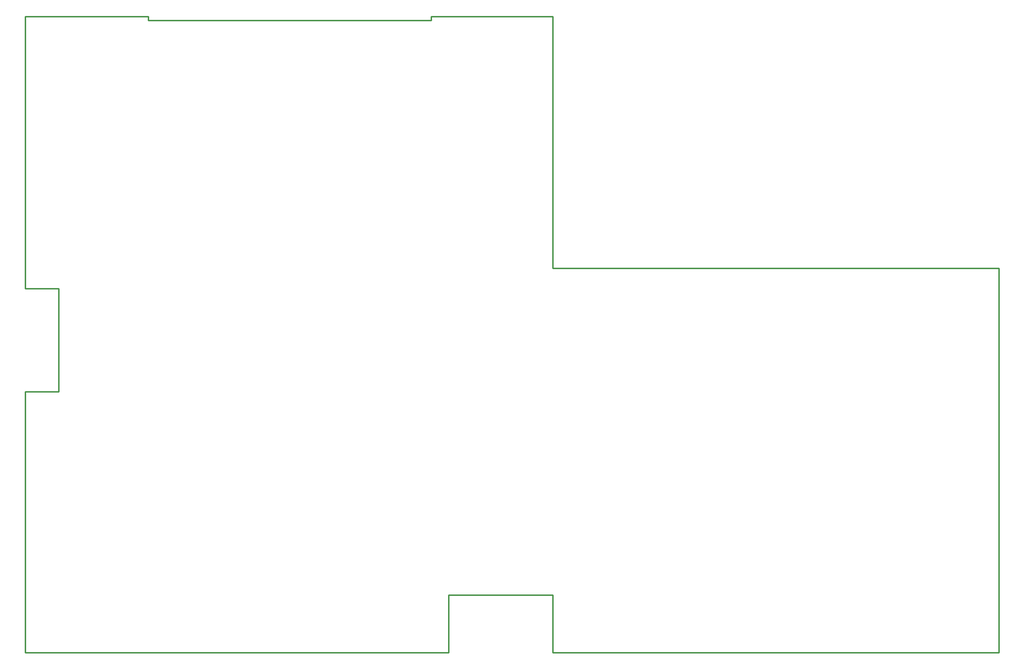
<source format=gbr>
G04 EAGLE Gerber RS-274X export*
G75*
%MOMM*%
%FSLAX34Y34*%
%LPD*%
%IN*%
%IPPOS*%
%AMOC8*
5,1,8,0,0,1.08239X$1,22.5*%
G01*
G04 Define Apertures*
%ADD10C,0.254000*%
D10*
X0Y0D02*
X740000Y0D01*
X740000Y100000D01*
X922000Y100000D01*
X922000Y0D01*
X1702000Y0D01*
X1702000Y672000D01*
X922000Y672000D01*
X922000Y1112000D01*
X710000Y1112000D01*
X710000Y1105000D01*
X215418Y1105000D01*
X215418Y1112000D01*
X0Y1112000D01*
X0Y636756D01*
X58549Y636756D01*
X58549Y456256D01*
X0Y456256D01*
X0Y0D01*
M02*

</source>
